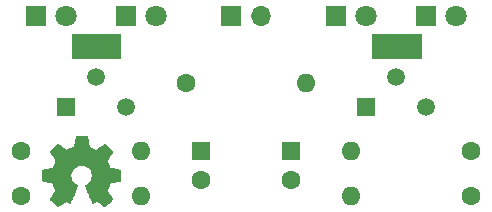
<source format=gbr>
G04 #@! TF.GenerationSoftware,KiCad,Pcbnew,(6.0.6)*
G04 #@! TF.CreationDate,2022-07-01T01:06:20-04:00*
G04 #@! TF.ProjectId,C,432e6b69-6361-4645-9f70-636258585858,rev?*
G04 #@! TF.SameCoordinates,Original*
G04 #@! TF.FileFunction,Soldermask,Bot*
G04 #@! TF.FilePolarity,Negative*
%FSLAX46Y46*%
G04 Gerber Fmt 4.6, Leading zero omitted, Abs format (unit mm)*
G04 Created by KiCad (PCBNEW (6.0.6)) date 2022-07-01 01:06:20*
%MOMM*%
%LPD*%
G01*
G04 APERTURE LIST*
%ADD10C,0.100000*%
%ADD11C,0.010000*%
%ADD12R,1.700000X1.700000*%
%ADD13O,1.700000X1.700000*%
%ADD14R,1.800000X1.800000*%
%ADD15C,1.800000*%
%ADD16C,1.600000*%
%ADD17O,1.600000X1.600000*%
%ADD18R,1.600000X1.600000*%
%ADD19R,1.500000X1.500000*%
%ADD20C,1.500000*%
%ADD21R,1.000000X1.500000*%
G04 APERTURE END LIST*
D10*
G36*
X173545500Y-84836000D02*
G01*
X169418000Y-84836000D01*
X169418000Y-82804000D01*
X173545500Y-82804000D01*
X173545500Y-84836000D01*
G37*
X173545500Y-84836000D02*
X169418000Y-84836000D01*
X169418000Y-82804000D01*
X173545500Y-82804000D01*
X173545500Y-84836000D01*
G36*
X148082000Y-84836000D02*
G01*
X144018000Y-84836000D01*
X144018000Y-82804000D01*
X148082000Y-82804000D01*
X148082000Y-84836000D01*
G37*
X148082000Y-84836000D02*
X144018000Y-84836000D01*
X144018000Y-82804000D01*
X148082000Y-82804000D01*
X148082000Y-84836000D01*
G36*
X145317275Y-91956931D02*
G01*
X145401095Y-92401555D01*
X146019667Y-92656551D01*
X146390707Y-92404246D01*
X146464144Y-92354506D01*
X146561499Y-92289218D01*
X146645787Y-92233454D01*
X146712631Y-92190078D01*
X146757654Y-92161953D01*
X146776478Y-92151942D01*
X146788039Y-92159061D01*
X146822596Y-92188894D01*
X146874894Y-92237852D01*
X146940500Y-92301440D01*
X147014983Y-92375163D01*
X147093913Y-92454525D01*
X147172856Y-92535031D01*
X147247384Y-92612185D01*
X147313063Y-92681493D01*
X147365463Y-92738457D01*
X147400153Y-92778584D01*
X147412701Y-92797377D01*
X147409782Y-92805451D01*
X147389571Y-92841469D01*
X147352663Y-92900744D01*
X147302050Y-92978630D01*
X147240725Y-93070481D01*
X147171679Y-93171650D01*
X147133787Y-93226826D01*
X147068606Y-93322884D01*
X147012723Y-93406717D01*
X146969117Y-93473777D01*
X146940769Y-93519519D01*
X146930657Y-93539396D01*
X146930823Y-93540497D01*
X146939743Y-93565694D01*
X146960206Y-93617147D01*
X146989360Y-93688135D01*
X147024353Y-93771935D01*
X147062332Y-93861828D01*
X147100445Y-93951091D01*
X147135839Y-94033003D01*
X147165662Y-94100843D01*
X147187061Y-94147890D01*
X147197184Y-94167422D01*
X147203174Y-94169155D01*
X147239566Y-94176969D01*
X147304427Y-94189915D01*
X147392565Y-94206979D01*
X147498787Y-94227151D01*
X147617902Y-94249418D01*
X147680683Y-94261223D01*
X147795912Y-94283748D01*
X147896662Y-94304550D01*
X147977426Y-94322435D01*
X148032698Y-94336208D01*
X148056971Y-94344674D01*
X148061331Y-94353066D01*
X148068563Y-94394072D01*
X148074246Y-94462368D01*
X148078382Y-94551529D01*
X148080977Y-94655128D01*
X148082036Y-94766740D01*
X148081561Y-94879938D01*
X148079559Y-94988296D01*
X148076033Y-95085389D01*
X148070987Y-95164790D01*
X148064427Y-95220072D01*
X148056356Y-95244810D01*
X148051458Y-95247600D01*
X148014930Y-95259569D01*
X147951565Y-95275405D01*
X147868686Y-95293374D01*
X147773618Y-95311741D01*
X147741542Y-95317591D01*
X147593393Y-95344798D01*
X147476961Y-95366663D01*
X147388209Y-95384093D01*
X147323103Y-95397996D01*
X147277606Y-95409277D01*
X147247682Y-95418843D01*
X147229294Y-95427601D01*
X147218407Y-95436457D01*
X147217142Y-95437943D01*
X147199338Y-95468931D01*
X147172994Y-95525634D01*
X147140661Y-95601399D01*
X147104893Y-95689574D01*
X147068244Y-95783507D01*
X147033266Y-95876547D01*
X147002513Y-95962041D01*
X146978538Y-96033336D01*
X146963895Y-96083782D01*
X146961136Y-96106726D01*
X146962981Y-96109703D01*
X146982075Y-96138493D01*
X147017984Y-96191595D01*
X147067378Y-96264117D01*
X147126927Y-96351167D01*
X147193303Y-96447854D01*
X147211520Y-96474456D01*
X147275577Y-96569875D01*
X147330937Y-96655212D01*
X147374439Y-96725405D01*
X147402924Y-96775394D01*
X147413232Y-96800116D01*
X147411011Y-96806616D01*
X147387858Y-96838644D01*
X147342177Y-96890945D01*
X147277241Y-96959999D01*
X147196319Y-97042286D01*
X147102685Y-97134286D01*
X147049165Y-97185781D01*
X146964542Y-97265983D01*
X146890475Y-97334678D01*
X146830941Y-97388252D01*
X146789917Y-97423085D01*
X146771381Y-97435563D01*
X146758646Y-97430938D01*
X146719436Y-97409057D01*
X146662495Y-97373273D01*
X146595250Y-97328117D01*
X146547438Y-97295165D01*
X146451985Y-97229727D01*
X146350125Y-97160228D01*
X146257088Y-97097075D01*
X146074832Y-96973800D01*
X145921841Y-97056520D01*
X145885817Y-97075613D01*
X145820303Y-97108272D01*
X145769640Y-97130819D01*
X145742564Y-97139226D01*
X145733703Y-97128430D01*
X145711699Y-97087323D01*
X145679199Y-97019549D01*
X145638010Y-96929409D01*
X145589942Y-96821205D01*
X145536802Y-96699237D01*
X145480399Y-96567808D01*
X145422542Y-96431218D01*
X145365038Y-96293767D01*
X145309697Y-96159758D01*
X145258326Y-96033491D01*
X145212735Y-95919268D01*
X145174732Y-95821390D01*
X145146124Y-95744157D01*
X145128721Y-95691871D01*
X145124331Y-95668833D01*
X145124628Y-95668160D01*
X145145077Y-95646863D01*
X145187850Y-95613508D01*
X145244117Y-95575011D01*
X145261877Y-95563256D01*
X145397014Y-95451735D01*
X145508856Y-95318906D01*
X145594755Y-95170298D01*
X145652062Y-95011440D01*
X145678131Y-94847860D01*
X145670313Y-94685088D01*
X145638644Y-94540315D01*
X145581782Y-94394124D01*
X145498888Y-94263703D01*
X145385131Y-94139813D01*
X145340433Y-94100235D01*
X145195935Y-94002723D01*
X145039838Y-93937050D01*
X144876667Y-93902630D01*
X144710943Y-93898874D01*
X144547192Y-93925194D01*
X144389936Y-93981003D01*
X144243698Y-94065714D01*
X144113004Y-94178737D01*
X144002374Y-94319487D01*
X143981105Y-94354342D01*
X143908810Y-94513655D01*
X143870415Y-94679552D01*
X143864914Y-94847737D01*
X143891301Y-95013913D01*
X143948570Y-95173784D01*
X144035717Y-95323053D01*
X144151736Y-95457423D01*
X144295622Y-95572599D01*
X144300294Y-95575702D01*
X144355964Y-95614933D01*
X144397689Y-95648286D01*
X144416746Y-95668833D01*
X144414342Y-95684941D01*
X144399391Y-95731844D01*
X144372881Y-95804539D01*
X144336620Y-95898725D01*
X144292416Y-96010098D01*
X144242076Y-96134358D01*
X144187407Y-96267202D01*
X144130218Y-96404327D01*
X144072316Y-96541432D01*
X144015510Y-96674215D01*
X143961606Y-96798374D01*
X143912412Y-96909606D01*
X143869737Y-97003609D01*
X143835387Y-97076082D01*
X143811171Y-97122722D01*
X143798897Y-97139226D01*
X143788689Y-97136991D01*
X143748586Y-97120926D01*
X143689318Y-97092759D01*
X143619619Y-97056520D01*
X143466629Y-96973800D01*
X143284373Y-97097075D01*
X143230527Y-97133579D01*
X143130374Y-97201784D01*
X143030525Y-97270098D01*
X142946211Y-97328117D01*
X142899679Y-97359736D01*
X142839200Y-97399020D01*
X142794357Y-97425912D01*
X142772455Y-97435883D01*
X142763045Y-97431650D01*
X142729031Y-97405721D01*
X142676595Y-97360070D01*
X142610301Y-97299186D01*
X142534713Y-97227561D01*
X142454396Y-97149683D01*
X142373913Y-97070045D01*
X142297829Y-96993135D01*
X142230707Y-96923445D01*
X142177112Y-96865464D01*
X142141608Y-96823684D01*
X142128759Y-96802593D01*
X142129500Y-96798581D01*
X142144793Y-96765920D01*
X142177462Y-96709412D01*
X142224350Y-96634163D01*
X142282301Y-96545275D01*
X142348157Y-96447854D01*
X142366627Y-96420982D01*
X142431482Y-96326423D01*
X142488609Y-96242827D01*
X142534678Y-96175084D01*
X142566359Y-96128086D01*
X142580324Y-96106726D01*
X142580668Y-96105811D01*
X142576546Y-96079678D01*
X142560807Y-96026740D01*
X142536004Y-95953647D01*
X142504689Y-95867052D01*
X142469417Y-95773608D01*
X142432740Y-95679965D01*
X142397212Y-95592777D01*
X142365386Y-95518695D01*
X142339816Y-95464371D01*
X142323053Y-95436457D01*
X142321374Y-95434724D01*
X142309372Y-95425956D01*
X142289103Y-95417115D01*
X142256529Y-95407292D01*
X142207616Y-95395583D01*
X142138327Y-95381080D01*
X142044625Y-95362876D01*
X141922476Y-95340066D01*
X141767842Y-95311741D01*
X141735770Y-95305780D01*
X141643893Y-95287352D01*
X141566607Y-95269892D01*
X141511236Y-95255133D01*
X141485105Y-95244810D01*
X141480733Y-95236197D01*
X141473445Y-95194826D01*
X141467669Y-95126241D01*
X141463410Y-95036868D01*
X141460673Y-94933135D01*
X141459462Y-94821465D01*
X141459782Y-94708287D01*
X141461636Y-94600026D01*
X141465030Y-94503108D01*
X141469967Y-94423959D01*
X141476452Y-94369006D01*
X141484489Y-94344674D01*
X141492696Y-94341079D01*
X141533519Y-94329748D01*
X141602524Y-94313722D01*
X141694203Y-94294195D01*
X141803050Y-94272362D01*
X141923558Y-94249418D01*
X141989357Y-94237159D01*
X142102135Y-94215901D01*
X142199207Y-94197287D01*
X142275382Y-94182328D01*
X142325469Y-94172036D01*
X142344276Y-94167422D01*
X142344983Y-94166471D01*
X142356961Y-94142310D01*
X142379794Y-94091694D01*
X142410630Y-94021338D01*
X142446613Y-93937958D01*
X142484891Y-93848270D01*
X142522609Y-93758989D01*
X142556913Y-93676832D01*
X142584949Y-93608513D01*
X142603864Y-93560748D01*
X142610803Y-93540254D01*
X142607742Y-93533043D01*
X142587372Y-93498728D01*
X142550422Y-93440970D01*
X142499860Y-93364299D01*
X142438657Y-93273248D01*
X142369781Y-93172350D01*
X142331994Y-93117093D01*
X142266782Y-93020215D01*
X142210871Y-92935193D01*
X142167241Y-92866662D01*
X142138877Y-92819260D01*
X142128759Y-92797623D01*
X142135790Y-92785887D01*
X142165197Y-92750818D01*
X142213441Y-92697745D01*
X142276093Y-92631164D01*
X142348725Y-92555574D01*
X142426908Y-92475472D01*
X142506214Y-92395354D01*
X142582213Y-92319718D01*
X142650478Y-92253062D01*
X142706580Y-92199882D01*
X142746090Y-92164676D01*
X142764579Y-92151942D01*
X142774843Y-92156893D01*
X142812530Y-92179857D01*
X142873348Y-92218938D01*
X142952913Y-92271272D01*
X143046843Y-92333996D01*
X143150754Y-92404246D01*
X143521794Y-92656551D01*
X143831080Y-92529053D01*
X144140365Y-92401555D01*
X144224186Y-91956931D01*
X144308006Y-91512307D01*
X145233454Y-91512307D01*
X145317275Y-91956931D01*
G37*
D11*
X145317275Y-91956931D02*
X145401095Y-92401555D01*
X146019667Y-92656551D01*
X146390707Y-92404246D01*
X146464144Y-92354506D01*
X146561499Y-92289218D01*
X146645787Y-92233454D01*
X146712631Y-92190078D01*
X146757654Y-92161953D01*
X146776478Y-92151942D01*
X146788039Y-92159061D01*
X146822596Y-92188894D01*
X146874894Y-92237852D01*
X146940500Y-92301440D01*
X147014983Y-92375163D01*
X147093913Y-92454525D01*
X147172856Y-92535031D01*
X147247384Y-92612185D01*
X147313063Y-92681493D01*
X147365463Y-92738457D01*
X147400153Y-92778584D01*
X147412701Y-92797377D01*
X147409782Y-92805451D01*
X147389571Y-92841469D01*
X147352663Y-92900744D01*
X147302050Y-92978630D01*
X147240725Y-93070481D01*
X147171679Y-93171650D01*
X147133787Y-93226826D01*
X147068606Y-93322884D01*
X147012723Y-93406717D01*
X146969117Y-93473777D01*
X146940769Y-93519519D01*
X146930657Y-93539396D01*
X146930823Y-93540497D01*
X146939743Y-93565694D01*
X146960206Y-93617147D01*
X146989360Y-93688135D01*
X147024353Y-93771935D01*
X147062332Y-93861828D01*
X147100445Y-93951091D01*
X147135839Y-94033003D01*
X147165662Y-94100843D01*
X147187061Y-94147890D01*
X147197184Y-94167422D01*
X147203174Y-94169155D01*
X147239566Y-94176969D01*
X147304427Y-94189915D01*
X147392565Y-94206979D01*
X147498787Y-94227151D01*
X147617902Y-94249418D01*
X147680683Y-94261223D01*
X147795912Y-94283748D01*
X147896662Y-94304550D01*
X147977426Y-94322435D01*
X148032698Y-94336208D01*
X148056971Y-94344674D01*
X148061331Y-94353066D01*
X148068563Y-94394072D01*
X148074246Y-94462368D01*
X148078382Y-94551529D01*
X148080977Y-94655128D01*
X148082036Y-94766740D01*
X148081561Y-94879938D01*
X148079559Y-94988296D01*
X148076033Y-95085389D01*
X148070987Y-95164790D01*
X148064427Y-95220072D01*
X148056356Y-95244810D01*
X148051458Y-95247600D01*
X148014930Y-95259569D01*
X147951565Y-95275405D01*
X147868686Y-95293374D01*
X147773618Y-95311741D01*
X147741542Y-95317591D01*
X147593393Y-95344798D01*
X147476961Y-95366663D01*
X147388209Y-95384093D01*
X147323103Y-95397996D01*
X147277606Y-95409277D01*
X147247682Y-95418843D01*
X147229294Y-95427601D01*
X147218407Y-95436457D01*
X147217142Y-95437943D01*
X147199338Y-95468931D01*
X147172994Y-95525634D01*
X147140661Y-95601399D01*
X147104893Y-95689574D01*
X147068244Y-95783507D01*
X147033266Y-95876547D01*
X147002513Y-95962041D01*
X146978538Y-96033336D01*
X146963895Y-96083782D01*
X146961136Y-96106726D01*
X146962981Y-96109703D01*
X146982075Y-96138493D01*
X147017984Y-96191595D01*
X147067378Y-96264117D01*
X147126927Y-96351167D01*
X147193303Y-96447854D01*
X147211520Y-96474456D01*
X147275577Y-96569875D01*
X147330937Y-96655212D01*
X147374439Y-96725405D01*
X147402924Y-96775394D01*
X147413232Y-96800116D01*
X147411011Y-96806616D01*
X147387858Y-96838644D01*
X147342177Y-96890945D01*
X147277241Y-96959999D01*
X147196319Y-97042286D01*
X147102685Y-97134286D01*
X147049165Y-97185781D01*
X146964542Y-97265983D01*
X146890475Y-97334678D01*
X146830941Y-97388252D01*
X146789917Y-97423085D01*
X146771381Y-97435563D01*
X146758646Y-97430938D01*
X146719436Y-97409057D01*
X146662495Y-97373273D01*
X146595250Y-97328117D01*
X146547438Y-97295165D01*
X146451985Y-97229727D01*
X146350125Y-97160228D01*
X146257088Y-97097075D01*
X146074832Y-96973800D01*
X145921841Y-97056520D01*
X145885817Y-97075613D01*
X145820303Y-97108272D01*
X145769640Y-97130819D01*
X145742564Y-97139226D01*
X145733703Y-97128430D01*
X145711699Y-97087323D01*
X145679199Y-97019549D01*
X145638010Y-96929409D01*
X145589942Y-96821205D01*
X145536802Y-96699237D01*
X145480399Y-96567808D01*
X145422542Y-96431218D01*
X145365038Y-96293767D01*
X145309697Y-96159758D01*
X145258326Y-96033491D01*
X145212735Y-95919268D01*
X145174732Y-95821390D01*
X145146124Y-95744157D01*
X145128721Y-95691871D01*
X145124331Y-95668833D01*
X145124628Y-95668160D01*
X145145077Y-95646863D01*
X145187850Y-95613508D01*
X145244117Y-95575011D01*
X145261877Y-95563256D01*
X145397014Y-95451735D01*
X145508856Y-95318906D01*
X145594755Y-95170298D01*
X145652062Y-95011440D01*
X145678131Y-94847860D01*
X145670313Y-94685088D01*
X145638644Y-94540315D01*
X145581782Y-94394124D01*
X145498888Y-94263703D01*
X145385131Y-94139813D01*
X145340433Y-94100235D01*
X145195935Y-94002723D01*
X145039838Y-93937050D01*
X144876667Y-93902630D01*
X144710943Y-93898874D01*
X144547192Y-93925194D01*
X144389936Y-93981003D01*
X144243698Y-94065714D01*
X144113004Y-94178737D01*
X144002374Y-94319487D01*
X143981105Y-94354342D01*
X143908810Y-94513655D01*
X143870415Y-94679552D01*
X143864914Y-94847737D01*
X143891301Y-95013913D01*
X143948570Y-95173784D01*
X144035717Y-95323053D01*
X144151736Y-95457423D01*
X144295622Y-95572599D01*
X144300294Y-95575702D01*
X144355964Y-95614933D01*
X144397689Y-95648286D01*
X144416746Y-95668833D01*
X144414342Y-95684941D01*
X144399391Y-95731844D01*
X144372881Y-95804539D01*
X144336620Y-95898725D01*
X144292416Y-96010098D01*
X144242076Y-96134358D01*
X144187407Y-96267202D01*
X144130218Y-96404327D01*
X144072316Y-96541432D01*
X144015510Y-96674215D01*
X143961606Y-96798374D01*
X143912412Y-96909606D01*
X143869737Y-97003609D01*
X143835387Y-97076082D01*
X143811171Y-97122722D01*
X143798897Y-97139226D01*
X143788689Y-97136991D01*
X143748586Y-97120926D01*
X143689318Y-97092759D01*
X143619619Y-97056520D01*
X143466629Y-96973800D01*
X143284373Y-97097075D01*
X143230527Y-97133579D01*
X143130374Y-97201784D01*
X143030525Y-97270098D01*
X142946211Y-97328117D01*
X142899679Y-97359736D01*
X142839200Y-97399020D01*
X142794357Y-97425912D01*
X142772455Y-97435883D01*
X142763045Y-97431650D01*
X142729031Y-97405721D01*
X142676595Y-97360070D01*
X142610301Y-97299186D01*
X142534713Y-97227561D01*
X142454396Y-97149683D01*
X142373913Y-97070045D01*
X142297829Y-96993135D01*
X142230707Y-96923445D01*
X142177112Y-96865464D01*
X142141608Y-96823684D01*
X142128759Y-96802593D01*
X142129500Y-96798581D01*
X142144793Y-96765920D01*
X142177462Y-96709412D01*
X142224350Y-96634163D01*
X142282301Y-96545275D01*
X142348157Y-96447854D01*
X142366627Y-96420982D01*
X142431482Y-96326423D01*
X142488609Y-96242827D01*
X142534678Y-96175084D01*
X142566359Y-96128086D01*
X142580324Y-96106726D01*
X142580668Y-96105811D01*
X142576546Y-96079678D01*
X142560807Y-96026740D01*
X142536004Y-95953647D01*
X142504689Y-95867052D01*
X142469417Y-95773608D01*
X142432740Y-95679965D01*
X142397212Y-95592777D01*
X142365386Y-95518695D01*
X142339816Y-95464371D01*
X142323053Y-95436457D01*
X142321374Y-95434724D01*
X142309372Y-95425956D01*
X142289103Y-95417115D01*
X142256529Y-95407292D01*
X142207616Y-95395583D01*
X142138327Y-95381080D01*
X142044625Y-95362876D01*
X141922476Y-95340066D01*
X141767842Y-95311741D01*
X141735770Y-95305780D01*
X141643893Y-95287352D01*
X141566607Y-95269892D01*
X141511236Y-95255133D01*
X141485105Y-95244810D01*
X141480733Y-95236197D01*
X141473445Y-95194826D01*
X141467669Y-95126241D01*
X141463410Y-95036868D01*
X141460673Y-94933135D01*
X141459462Y-94821465D01*
X141459782Y-94708287D01*
X141461636Y-94600026D01*
X141465030Y-94503108D01*
X141469967Y-94423959D01*
X141476452Y-94369006D01*
X141484489Y-94344674D01*
X141492696Y-94341079D01*
X141533519Y-94329748D01*
X141602524Y-94313722D01*
X141694203Y-94294195D01*
X141803050Y-94272362D01*
X141923558Y-94249418D01*
X141989357Y-94237159D01*
X142102135Y-94215901D01*
X142199207Y-94197287D01*
X142275382Y-94182328D01*
X142325469Y-94172036D01*
X142344276Y-94167422D01*
X142344983Y-94166471D01*
X142356961Y-94142310D01*
X142379794Y-94091694D01*
X142410630Y-94021338D01*
X142446613Y-93937958D01*
X142484891Y-93848270D01*
X142522609Y-93758989D01*
X142556913Y-93676832D01*
X142584949Y-93608513D01*
X142603864Y-93560748D01*
X142610803Y-93540254D01*
X142607742Y-93533043D01*
X142587372Y-93498728D01*
X142550422Y-93440970D01*
X142499860Y-93364299D01*
X142438657Y-93273248D01*
X142369781Y-93172350D01*
X142331994Y-93117093D01*
X142266782Y-93020215D01*
X142210871Y-92935193D01*
X142167241Y-92866662D01*
X142138877Y-92819260D01*
X142128759Y-92797623D01*
X142135790Y-92785887D01*
X142165197Y-92750818D01*
X142213441Y-92697745D01*
X142276093Y-92631164D01*
X142348725Y-92555574D01*
X142426908Y-92475472D01*
X142506214Y-92395354D01*
X142582213Y-92319718D01*
X142650478Y-92253062D01*
X142706580Y-92199882D01*
X142746090Y-92164676D01*
X142764579Y-92151942D01*
X142774843Y-92156893D01*
X142812530Y-92179857D01*
X142873348Y-92218938D01*
X142952913Y-92271272D01*
X143046843Y-92333996D01*
X143150754Y-92404246D01*
X143521794Y-92656551D01*
X143831080Y-92529053D01*
X144140365Y-92401555D01*
X144224186Y-91956931D01*
X144308006Y-91512307D01*
X145233454Y-91512307D01*
X145317275Y-91956931D01*
D12*
X157480000Y-81280000D03*
D13*
X160020000Y-81280000D03*
D14*
X140970000Y-81280000D03*
D15*
X143510000Y-81280000D03*
D14*
X148590000Y-81280000D03*
D15*
X151130000Y-81280000D03*
D14*
X166370000Y-81280000D03*
D15*
X168910000Y-81280000D03*
D16*
X139700000Y-96520000D03*
D17*
X149860000Y-96520000D03*
D16*
X139700000Y-92710000D03*
D17*
X149860000Y-92710000D03*
D16*
X177800000Y-92710000D03*
D17*
X167640000Y-92710000D03*
D16*
X177800000Y-96520000D03*
D17*
X167640000Y-96520000D03*
D16*
X153670000Y-86995000D03*
D17*
X163830000Y-86995000D03*
D14*
X173990000Y-81280000D03*
D15*
X176530000Y-81280000D03*
D18*
X154940000Y-92710000D03*
D16*
X154940000Y-95210000D03*
D18*
X162560000Y-92710000D03*
D16*
X162560000Y-95210000D03*
D19*
X143510000Y-89035000D03*
D20*
X146050000Y-86495000D03*
X148590000Y-89035000D03*
D19*
X168910000Y-89035000D03*
D20*
X171450000Y-86495000D03*
X173990000Y-89035000D03*
D21*
X144750000Y-83820000D03*
X146050000Y-83820000D03*
X147350000Y-83820000D03*
X172750000Y-83820000D03*
X171450000Y-83820000D03*
X170150000Y-83820000D03*
M02*

</source>
